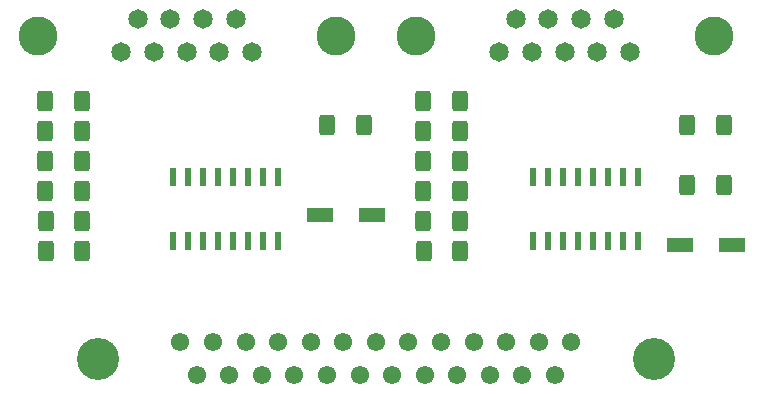
<source format=gbr>
%TF.GenerationSoftware,KiCad,Pcbnew,(6.0.4-0)*%
%TF.CreationDate,2022-07-04T10:05:17-07:00*%
%TF.ProjectId,Joy,4a6f792e-6b69-4636-9164-5f7063625858,rev?*%
%TF.SameCoordinates,Original*%
%TF.FileFunction,Soldermask,Top*%
%TF.FilePolarity,Negative*%
%FSLAX46Y46*%
G04 Gerber Fmt 4.6, Leading zero omitted, Abs format (unit mm)*
G04 Created by KiCad (PCBNEW (6.0.4-0)) date 2022-07-04 10:05:17*
%MOMM*%
%LPD*%
G01*
G04 APERTURE LIST*
G04 Aperture macros list*
%AMRoundRect*
0 Rectangle with rounded corners*
0 $1 Rounding radius*
0 $2 $3 $4 $5 $6 $7 $8 $9 X,Y pos of 4 corners*
0 Add a 4 corners polygon primitive as box body*
4,1,4,$2,$3,$4,$5,$6,$7,$8,$9,$2,$3,0*
0 Add four circle primitives for the rounded corners*
1,1,$1+$1,$2,$3*
1,1,$1+$1,$4,$5*
1,1,$1+$1,$6,$7*
1,1,$1+$1,$8,$9*
0 Add four rect primitives between the rounded corners*
20,1,$1+$1,$2,$3,$4,$5,0*
20,1,$1+$1,$4,$5,$6,$7,0*
20,1,$1+$1,$6,$7,$8,$9,0*
20,1,$1+$1,$8,$9,$2,$3,0*%
G04 Aperture macros list end*
%ADD10RoundRect,0.250000X0.400000X0.625000X-0.400000X0.625000X-0.400000X-0.625000X0.400000X-0.625000X0*%
%ADD11RoundRect,0.250000X-0.400000X-0.625000X0.400000X-0.625000X0.400000X0.625000X-0.400000X0.625000X0*%
%ADD12C,1.549400*%
%ADD13C,3.556000*%
%ADD14R,2.209800X1.168400*%
%ADD15C,1.651000*%
%ADD16C,3.302000*%
%ADD17R,0.533400X1.498600*%
G04 APERTURE END LIST*
D10*
%TO.C,R4*%
X93472000Y-58932299D03*
X90372000Y-58932299D03*
%TD*%
D11*
%TO.C,R13*%
X58420000Y-64008000D03*
X61520000Y-64008000D03*
%TD*%
D12*
%TO.C,J3*%
X69813529Y-71707345D03*
X72571969Y-71707345D03*
X75330409Y-71707345D03*
X78088849Y-71707345D03*
X80847289Y-71707345D03*
X83605729Y-71707345D03*
X86364169Y-71707345D03*
X89122609Y-71707345D03*
X91881049Y-71707345D03*
X94639489Y-71707345D03*
X97397929Y-71707345D03*
X100156369Y-71707345D03*
X102914809Y-71707345D03*
X71192749Y-74552145D03*
X73951189Y-74552145D03*
X76709629Y-74552145D03*
X79468069Y-74552145D03*
X82226509Y-74552145D03*
X84984949Y-74552145D03*
X87743389Y-74552145D03*
X90501829Y-74552145D03*
X93260269Y-74552145D03*
X96018709Y-74552145D03*
X98777149Y-74552145D03*
X101535589Y-74552145D03*
D13*
X109884569Y-73129745D03*
X62843769Y-73129745D03*
%TD*%
D10*
%TO.C,R9*%
X61494000Y-53848000D03*
X58394000Y-53848000D03*
%TD*%
%TO.C,R11*%
X61494000Y-58928000D03*
X58394000Y-58928000D03*
%TD*%
%TO.C,R15*%
X115850000Y-58420000D03*
X112750000Y-58420000D03*
%TD*%
D11*
%TO.C,R14*%
X82270000Y-53340000D03*
X85370000Y-53340000D03*
%TD*%
D14*
%TO.C,C2*%
X112102900Y-63500000D03*
X116497100Y-63500000D03*
%TD*%
D10*
%TO.C,R3*%
X93472000Y-56392299D03*
X90372000Y-56392299D03*
%TD*%
D15*
%TO.C,J1*%
X75895200Y-47193200D03*
X73126600Y-47193200D03*
X70358000Y-47193200D03*
X67589400Y-47193200D03*
X64820800Y-47193200D03*
X74510900Y-44348400D03*
X71742300Y-44348400D03*
X68973700Y-44348400D03*
X66205100Y-44348400D03*
D16*
X57734200Y-45770800D03*
X82981800Y-45770800D03*
%TD*%
D17*
%TO.C,IC2*%
X108585000Y-57746900D03*
X107315000Y-57746900D03*
X106045000Y-57746900D03*
X104775000Y-57746900D03*
X103505000Y-57746900D03*
X102235000Y-57746900D03*
X100965000Y-57746900D03*
X99695000Y-57746900D03*
X99695000Y-63157100D03*
X100965000Y-63157100D03*
X102235000Y-63157100D03*
X103505000Y-63157100D03*
X104775000Y-63157100D03*
X106045000Y-63157100D03*
X107315000Y-63157100D03*
X108585000Y-63157100D03*
%TD*%
D10*
%TO.C,R6*%
X93524000Y-64008000D03*
X90424000Y-64008000D03*
%TD*%
D15*
%TO.C,J2*%
X107899200Y-47193200D03*
X105130600Y-47193200D03*
X102362000Y-47193200D03*
X99593400Y-47193200D03*
X96824800Y-47193200D03*
X106514900Y-44348400D03*
X103746300Y-44348400D03*
X100977700Y-44348400D03*
X98209100Y-44348400D03*
D16*
X89738200Y-45770800D03*
X114985800Y-45770800D03*
%TD*%
D10*
%TO.C,R8*%
X61494000Y-51308000D03*
X58394000Y-51308000D03*
%TD*%
D14*
%TO.C,C1*%
X81622900Y-60960000D03*
X86017100Y-60960000D03*
%TD*%
D10*
%TO.C,R5*%
X93472000Y-61472299D03*
X90372000Y-61472299D03*
%TD*%
%TO.C,R10*%
X61494000Y-56388000D03*
X58394000Y-56388000D03*
%TD*%
%TO.C,R2*%
X93472000Y-53852299D03*
X90372000Y-53852299D03*
%TD*%
%TO.C,R12*%
X61520000Y-61468000D03*
X58420000Y-61468000D03*
%TD*%
D11*
%TO.C,R7*%
X112750000Y-53340000D03*
X115850000Y-53340000D03*
%TD*%
D10*
%TO.C,R1*%
X93472000Y-51312299D03*
X90372000Y-51312299D03*
%TD*%
D17*
%TO.C,IC1*%
X78105000Y-57746900D03*
X76835000Y-57746900D03*
X75565000Y-57746900D03*
X74295000Y-57746900D03*
X73025000Y-57746900D03*
X71755000Y-57746900D03*
X70485000Y-57746900D03*
X69215000Y-57746900D03*
X69215000Y-63157100D03*
X70485000Y-63157100D03*
X71755000Y-63157100D03*
X73025000Y-63157100D03*
X74295000Y-63157100D03*
X75565000Y-63157100D03*
X76835000Y-63157100D03*
X78105000Y-63157100D03*
%TD*%
M02*

</source>
